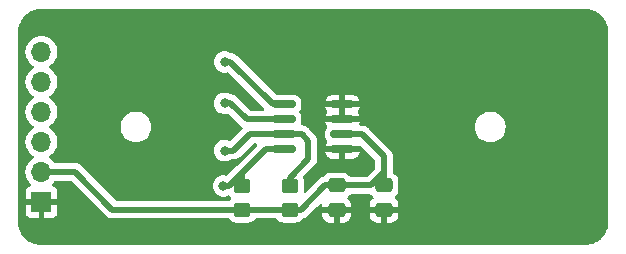
<source format=gbr>
%TF.GenerationSoftware,KiCad,Pcbnew,7.0.7*%
%TF.CreationDate,2023-09-05T11:40:51+02:00*%
%TF.ProjectId,tle5010-11_pcb,746c6535-3031-4302-9d31-315f7063622e,rev?*%
%TF.SameCoordinates,Original*%
%TF.FileFunction,Copper,L1,Top*%
%TF.FilePolarity,Positive*%
%FSLAX46Y46*%
G04 Gerber Fmt 4.6, Leading zero omitted, Abs format (unit mm)*
G04 Created by KiCad (PCBNEW 7.0.7) date 2023-09-05 11:40:51*
%MOMM*%
%LPD*%
G01*
G04 APERTURE LIST*
G04 Aperture macros list*
%AMRoundRect*
0 Rectangle with rounded corners*
0 $1 Rounding radius*
0 $2 $3 $4 $5 $6 $7 $8 $9 X,Y pos of 4 corners*
0 Add a 4 corners polygon primitive as box body*
4,1,4,$2,$3,$4,$5,$6,$7,$8,$9,$2,$3,0*
0 Add four circle primitives for the rounded corners*
1,1,$1+$1,$2,$3*
1,1,$1+$1,$4,$5*
1,1,$1+$1,$6,$7*
1,1,$1+$1,$8,$9*
0 Add four rect primitives between the rounded corners*
20,1,$1+$1,$2,$3,$4,$5,0*
20,1,$1+$1,$4,$5,$6,$7,0*
20,1,$1+$1,$6,$7,$8,$9,0*
20,1,$1+$1,$8,$9,$2,$3,0*%
G04 Aperture macros list end*
%TA.AperFunction,SMDPad,CuDef*%
%ADD10RoundRect,0.250000X-0.475000X0.337500X-0.475000X-0.337500X0.475000X-0.337500X0.475000X0.337500X0*%
%TD*%
%TA.AperFunction,SMDPad,CuDef*%
%ADD11RoundRect,0.250000X-0.450000X0.350000X-0.450000X-0.350000X0.450000X-0.350000X0.450000X0.350000X0*%
%TD*%
%TA.AperFunction,SMDPad,CuDef*%
%ADD12RoundRect,0.150000X-0.825000X-0.150000X0.825000X-0.150000X0.825000X0.150000X-0.825000X0.150000X0*%
%TD*%
%TA.AperFunction,ComponentPad*%
%ADD13R,1.700000X1.700000*%
%TD*%
%TA.AperFunction,ComponentPad*%
%ADD14O,1.700000X1.700000*%
%TD*%
%TA.AperFunction,ViaPad*%
%ADD15C,0.800000*%
%TD*%
%TA.AperFunction,Conductor*%
%ADD16C,0.500000*%
%TD*%
G04 APERTURE END LIST*
D10*
%TO.P,C2,1*%
%TO.N,VDD*%
X61000000Y-34962500D03*
%TO.P,C2,2*%
%TO.N,GND*%
X61000000Y-37037500D03*
%TD*%
D11*
%TO.P,R5,1*%
%TO.N,DATA*%
X49000000Y-35000000D03*
%TO.P,R5,2*%
%TO.N,VDD*%
X49000000Y-37000000D03*
%TD*%
D10*
%TO.P,C1,1*%
%TO.N,VDD*%
X57000000Y-34962500D03*
%TO.P,C1,2*%
%TO.N,GND*%
X57000000Y-37037500D03*
%TD*%
D11*
%TO.P,R6,1*%
%TO.N,CS*%
X53000000Y-35000000D03*
%TO.P,R6,2*%
%TO.N,VDD*%
X53000000Y-37000000D03*
%TD*%
D12*
%TO.P,U1,1,CLK*%
%TO.N,CLK*%
X52525000Y-28095000D03*
%TO.P,U1,2,SCK*%
%TO.N,SCK*%
X52525000Y-29365000D03*
%TO.P,U1,3,CS*%
%TO.N,CS*%
X52525000Y-30635000D03*
%TO.P,U1,4,Data*%
%TO.N,DATA*%
X52525000Y-31905000D03*
%TO.P,U1,5,TST1*%
%TO.N,GND*%
X57475000Y-31905000D03*
%TO.P,U1,6,Vdd*%
%TO.N,VDD*%
X57475000Y-30635000D03*
%TO.P,U1,7,GND*%
%TO.N,GND*%
X57475000Y-29365000D03*
%TO.P,U1,8,TST2*%
X57475000Y-28095000D03*
%TD*%
D13*
%TO.P,J1,1,Pin_1*%
%TO.N,GND*%
X32000000Y-36350000D03*
D14*
%TO.P,J1,2,Pin_2*%
%TO.N,VDD*%
X32000000Y-33810000D03*
%TO.P,J1,3,Pin_3*%
%TO.N,Net-(J1-Pin_3)*%
X32000000Y-31270000D03*
%TO.P,J1,4,Pin_4*%
%TO.N,Net-(J1-Pin_4)*%
X32000000Y-28730000D03*
%TO.P,J1,5,Pin_5*%
%TO.N,Net-(J1-Pin_5)*%
X32000000Y-26190000D03*
%TO.P,J1,6,Pin_6*%
%TO.N,Net-(J1-Pin_6)*%
X32000000Y-23650000D03*
%TD*%
D15*
%TO.N,DATA*%
X47400000Y-35000000D03*
%TO.N,CS*%
X47500000Y-32000000D03*
%TO.N,SCK*%
X47500000Y-28000000D03*
%TO.N,CLK*%
X47500000Y-24500000D03*
%TD*%
D16*
%TO.N,VDD*%
X56037500Y-34962500D02*
X57000000Y-34962500D01*
X57475000Y-30635000D02*
X59145000Y-30635000D01*
X59887500Y-34962500D02*
X61000000Y-33850000D01*
X61000000Y-33850000D02*
X61000000Y-34962500D01*
X61000000Y-32490000D02*
X61000000Y-33850000D01*
X59145000Y-30635000D02*
X61000000Y-32490000D01*
X54000000Y-37000000D02*
X56037500Y-34962500D01*
X34810000Y-33810000D02*
X38000000Y-37000000D01*
X49000000Y-37000000D02*
X53000000Y-37000000D01*
X53000000Y-37000000D02*
X54000000Y-37000000D01*
X38000000Y-37000000D02*
X49000000Y-37000000D01*
X57000000Y-34962500D02*
X59887500Y-34962500D01*
X32000000Y-33810000D02*
X34810000Y-33810000D01*
%TO.N,DATA*%
X50975000Y-31905000D02*
X49000000Y-33880000D01*
X52525000Y-31905000D02*
X50975000Y-31905000D01*
X47400000Y-35000000D02*
X47880000Y-35000000D01*
X49000000Y-33880000D02*
X49000000Y-35000000D01*
X47880000Y-35000000D02*
X49000000Y-33880000D01*
%TO.N,CS*%
X53000000Y-34300000D02*
X53000000Y-35000000D01*
X54590000Y-32710000D02*
X53000000Y-34300000D01*
X48250000Y-32000000D02*
X47500000Y-32000000D01*
X52525000Y-30635000D02*
X49615000Y-30635000D01*
X54590000Y-31180000D02*
X54590000Y-32710000D01*
X54045000Y-30635000D02*
X54590000Y-31180000D01*
X49615000Y-30635000D02*
X48250000Y-32000000D01*
X52525000Y-30635000D02*
X54045000Y-30635000D01*
%TO.N,SCK*%
X48000000Y-28000000D02*
X47500000Y-28000000D01*
X49365000Y-29365000D02*
X48000000Y-28000000D01*
X52525000Y-29365000D02*
X49365000Y-29365000D01*
%TO.N,CLK*%
X51595000Y-28095000D02*
X52525000Y-28095000D01*
X47500000Y-24500000D02*
X48000000Y-24500000D01*
X48000000Y-24500000D02*
X51595000Y-28095000D01*
%TD*%
%TA.AperFunction,Conductor*%
%TO.N,GND*%
G36*
X78002019Y-20000633D02*
G01*
X78037198Y-20002938D01*
X78083708Y-20005986D01*
X78265459Y-20018985D01*
X78273100Y-20020015D01*
X78366738Y-20038641D01*
X78389420Y-20043153D01*
X78415023Y-20048722D01*
X78533666Y-20074531D01*
X78540383Y-20076395D01*
X78659437Y-20116809D01*
X78756671Y-20153076D01*
X78791741Y-20166157D01*
X78797499Y-20168643D01*
X78912952Y-20225578D01*
X79034906Y-20292170D01*
X79039634Y-20295032D01*
X79096571Y-20333076D01*
X79146649Y-20366537D01*
X79149358Y-20368454D01*
X79258652Y-20450271D01*
X79262345Y-20453265D01*
X79359502Y-20538469D01*
X79362448Y-20541228D01*
X79458769Y-20637549D01*
X79461526Y-20640492D01*
X79546729Y-20737648D01*
X79549732Y-20741353D01*
X79601564Y-20810592D01*
X79631543Y-20850639D01*
X79633461Y-20853349D01*
X79704962Y-20960357D01*
X79707828Y-20965091D01*
X79774421Y-21087047D01*
X79831355Y-21202499D01*
X79833841Y-21208257D01*
X79870212Y-21305768D01*
X79883196Y-21340578D01*
X79888289Y-21355581D01*
X79923597Y-21459596D01*
X79925472Y-21466352D01*
X79956846Y-21610579D01*
X79979980Y-21726880D01*
X79981015Y-21734560D01*
X79994017Y-21916350D01*
X79999367Y-21997966D01*
X79999500Y-22002023D01*
X79999500Y-37997975D01*
X79999367Y-38002032D01*
X79994017Y-38083648D01*
X79981015Y-38265438D01*
X79979980Y-38273118D01*
X79956846Y-38389420D01*
X79925472Y-38533646D01*
X79923597Y-38540401D01*
X79889297Y-38641448D01*
X79883208Y-38659388D01*
X79883195Y-38659425D01*
X79833841Y-38791741D01*
X79831355Y-38797499D01*
X79774421Y-38912952D01*
X79707828Y-39034907D01*
X79704961Y-39039641D01*
X79633461Y-39146649D01*
X79631543Y-39149359D01*
X79549744Y-39258631D01*
X79546723Y-39262357D01*
X79461529Y-39359502D01*
X79458755Y-39362464D01*
X79362464Y-39458755D01*
X79359502Y-39461529D01*
X79262357Y-39546723D01*
X79258631Y-39549744D01*
X79149359Y-39631543D01*
X79146649Y-39633461D01*
X79039641Y-39704961D01*
X79034907Y-39707828D01*
X78912952Y-39774421D01*
X78797499Y-39831355D01*
X78791741Y-39833841D01*
X78670956Y-39878893D01*
X78659418Y-39883197D01*
X78540401Y-39923597D01*
X78533646Y-39925472D01*
X78389420Y-39956846D01*
X78273118Y-39979980D01*
X78265438Y-39981015D01*
X78083648Y-39994017D01*
X78032582Y-39997364D01*
X78002025Y-39999367D01*
X77997976Y-39999500D01*
X32002024Y-39999500D01*
X31997974Y-39999367D01*
X31959954Y-39996875D01*
X31916350Y-39994017D01*
X31734560Y-39981015D01*
X31726880Y-39979980D01*
X31610579Y-39956846D01*
X31466352Y-39925472D01*
X31459596Y-39923597D01*
X31427881Y-39912831D01*
X31340578Y-39883196D01*
X31305768Y-39870212D01*
X31208257Y-39833841D01*
X31202499Y-39831355D01*
X31087047Y-39774421D01*
X30965091Y-39707828D01*
X30960357Y-39704962D01*
X30853349Y-39633461D01*
X30850639Y-39631543D01*
X30810592Y-39601564D01*
X30741353Y-39549732D01*
X30737648Y-39546729D01*
X30640492Y-39461526D01*
X30637549Y-39458769D01*
X30541228Y-39362448D01*
X30538469Y-39359502D01*
X30505450Y-39321851D01*
X30453265Y-39262345D01*
X30450271Y-39258652D01*
X30368454Y-39149358D01*
X30366537Y-39146649D01*
X30295036Y-39039641D01*
X30292170Y-39034906D01*
X30225578Y-38912952D01*
X30168643Y-38797499D01*
X30166157Y-38791741D01*
X30153076Y-38756671D01*
X30116805Y-38659425D01*
X30076395Y-38540383D01*
X30074531Y-38533666D01*
X30043153Y-38389420D01*
X30038641Y-38366738D01*
X30020015Y-38273100D01*
X30018985Y-38265459D01*
X30005988Y-38083743D01*
X30000631Y-38002007D01*
X30000500Y-37997994D01*
X30000500Y-33810000D01*
X30644341Y-33810000D01*
X30664936Y-34045403D01*
X30664938Y-34045413D01*
X30726094Y-34273655D01*
X30726096Y-34273659D01*
X30726097Y-34273663D01*
X30803436Y-34439517D01*
X30825965Y-34487830D01*
X30825967Y-34487834D01*
X30961501Y-34681395D01*
X30961506Y-34681402D01*
X31083818Y-34803714D01*
X31117303Y-34865037D01*
X31112319Y-34934729D01*
X31070447Y-34990662D01*
X31039471Y-35007577D01*
X30907912Y-35056646D01*
X30907906Y-35056649D01*
X30792812Y-35142809D01*
X30792809Y-35142812D01*
X30706649Y-35257906D01*
X30706645Y-35257913D01*
X30656403Y-35392620D01*
X30656401Y-35392627D01*
X30650000Y-35452155D01*
X30650000Y-36100000D01*
X31386653Y-36100000D01*
X31453692Y-36119685D01*
X31499447Y-36172489D01*
X31509391Y-36241647D01*
X31505631Y-36258933D01*
X31500000Y-36278111D01*
X31500000Y-36421888D01*
X31505631Y-36441067D01*
X31505630Y-36510936D01*
X31467855Y-36569714D01*
X31404299Y-36598738D01*
X31386653Y-36600000D01*
X30650000Y-36600000D01*
X30650000Y-37247844D01*
X30656401Y-37307372D01*
X30656403Y-37307379D01*
X30706645Y-37442086D01*
X30706649Y-37442093D01*
X30792809Y-37557187D01*
X30792812Y-37557190D01*
X30907906Y-37643350D01*
X30907913Y-37643354D01*
X31042620Y-37693596D01*
X31042627Y-37693598D01*
X31102155Y-37699999D01*
X31102172Y-37700000D01*
X31750000Y-37700000D01*
X31750000Y-36962301D01*
X31769685Y-36895262D01*
X31822489Y-36849507D01*
X31891647Y-36839563D01*
X31964237Y-36850000D01*
X31964238Y-36850000D01*
X32035762Y-36850000D01*
X32035763Y-36850000D01*
X32108353Y-36839563D01*
X32177512Y-36849507D01*
X32230315Y-36895262D01*
X32250000Y-36962301D01*
X32250000Y-37700000D01*
X32897828Y-37700000D01*
X32897844Y-37699999D01*
X32957372Y-37693598D01*
X32957379Y-37693596D01*
X33092086Y-37643354D01*
X33092093Y-37643350D01*
X33207187Y-37557190D01*
X33207190Y-37557187D01*
X33293350Y-37442093D01*
X33293354Y-37442086D01*
X33343596Y-37307379D01*
X33343598Y-37307372D01*
X33349999Y-37247844D01*
X33350000Y-37247827D01*
X33350000Y-36600000D01*
X32613347Y-36600000D01*
X32546308Y-36580315D01*
X32500553Y-36527511D01*
X32490609Y-36458353D01*
X32494369Y-36441067D01*
X32500000Y-36421888D01*
X32500000Y-36278111D01*
X32494369Y-36258933D01*
X32494370Y-36189064D01*
X32532145Y-36130286D01*
X32595701Y-36101262D01*
X32613347Y-36100000D01*
X33350000Y-36100000D01*
X33350000Y-35452172D01*
X33349999Y-35452155D01*
X33343598Y-35392627D01*
X33343596Y-35392620D01*
X33293354Y-35257913D01*
X33293350Y-35257906D01*
X33207190Y-35142812D01*
X33207187Y-35142809D01*
X33092093Y-35056649D01*
X33092088Y-35056646D01*
X32960528Y-35007577D01*
X32904595Y-34965705D01*
X32880178Y-34900241D01*
X32895030Y-34831968D01*
X32916175Y-34803720D01*
X33038495Y-34681401D01*
X33086126Y-34613376D01*
X33140704Y-34569751D01*
X33187701Y-34560500D01*
X34447770Y-34560500D01*
X34514809Y-34580185D01*
X34535451Y-34596819D01*
X37424267Y-37485634D01*
X37436048Y-37499266D01*
X37450390Y-37518530D01*
X37490420Y-37552119D01*
X37494392Y-37555759D01*
X37500223Y-37561590D01*
X37500222Y-37561590D01*
X37522027Y-37578830D01*
X37525944Y-37581927D01*
X37584786Y-37631302D01*
X37584794Y-37631306D01*
X37590824Y-37635273D01*
X37590790Y-37635323D01*
X37597137Y-37639366D01*
X37597169Y-37639316D01*
X37603318Y-37643108D01*
X37603320Y-37643109D01*
X37603323Y-37643111D01*
X37672930Y-37675569D01*
X37741567Y-37710040D01*
X37741576Y-37710042D01*
X37748355Y-37712510D01*
X37748334Y-37712567D01*
X37755451Y-37715040D01*
X37755470Y-37714984D01*
X37762330Y-37717257D01*
X37837531Y-37732784D01*
X37837532Y-37732784D01*
X37912279Y-37750500D01*
X37912288Y-37750500D01*
X37919452Y-37751338D01*
X37919445Y-37751397D01*
X37926946Y-37752163D01*
X37926952Y-37752104D01*
X37934140Y-37752733D01*
X37934143Y-37752732D01*
X37934144Y-37752733D01*
X38010898Y-37750500D01*
X47846042Y-37750500D01*
X47913081Y-37770185D01*
X47951580Y-37809402D01*
X47957288Y-37818656D01*
X48081344Y-37942712D01*
X48230666Y-38034814D01*
X48397203Y-38089999D01*
X48499991Y-38100500D01*
X49500008Y-38100499D01*
X49500016Y-38100498D01*
X49500019Y-38100498D01*
X49556302Y-38094748D01*
X49602797Y-38089999D01*
X49769334Y-38034814D01*
X49918656Y-37942712D01*
X50042712Y-37818656D01*
X50048419Y-37809402D01*
X50100368Y-37762678D01*
X50153958Y-37750500D01*
X51846042Y-37750500D01*
X51913081Y-37770185D01*
X51951580Y-37809402D01*
X51957288Y-37818656D01*
X52081344Y-37942712D01*
X52230666Y-38034814D01*
X52397203Y-38089999D01*
X52499991Y-38100500D01*
X53500008Y-38100499D01*
X53500016Y-38100498D01*
X53500019Y-38100498D01*
X53556302Y-38094748D01*
X53602797Y-38089999D01*
X53769334Y-38034814D01*
X53918656Y-37942712D01*
X54042712Y-37818656D01*
X54055021Y-37798698D01*
X54106966Y-37751974D01*
X54149759Y-37740264D01*
X54152797Y-37739999D01*
X54152801Y-37739997D01*
X54159866Y-37738539D01*
X54159878Y-37738598D01*
X54167243Y-37736965D01*
X54167229Y-37736906D01*
X54174246Y-37735241D01*
X54174255Y-37735241D01*
X54246423Y-37708974D01*
X54319334Y-37684814D01*
X54319343Y-37684807D01*
X54325882Y-37681760D01*
X54325908Y-37681816D01*
X54332690Y-37678532D01*
X54332663Y-37678478D01*
X54339106Y-37675240D01*
X54339117Y-37675237D01*
X54403283Y-37633034D01*
X54468656Y-37592712D01*
X54468662Y-37592705D01*
X54474325Y-37588229D01*
X54474362Y-37588277D01*
X54480204Y-37583518D01*
X54480164Y-37583471D01*
X54485686Y-37578836D01*
X54485696Y-37578830D01*
X54510904Y-37552111D01*
X54538386Y-37522982D01*
X54773868Y-37287500D01*
X55775001Y-37287500D01*
X55775001Y-37424986D01*
X55785494Y-37527697D01*
X55840641Y-37694119D01*
X55840643Y-37694124D01*
X55932684Y-37843345D01*
X56056654Y-37967315D01*
X56205875Y-38059356D01*
X56205880Y-38059358D01*
X56372302Y-38114505D01*
X56372309Y-38114506D01*
X56475019Y-38124999D01*
X56749999Y-38124999D01*
X56750000Y-38124998D01*
X56750000Y-37287500D01*
X57250000Y-37287500D01*
X57250000Y-38124999D01*
X57524972Y-38124999D01*
X57524986Y-38124998D01*
X57627697Y-38114505D01*
X57794119Y-38059358D01*
X57794124Y-38059356D01*
X57943345Y-37967315D01*
X58067315Y-37843345D01*
X58159356Y-37694124D01*
X58159358Y-37694119D01*
X58214505Y-37527697D01*
X58214506Y-37527690D01*
X58224999Y-37424986D01*
X58225000Y-37424973D01*
X58225000Y-37287500D01*
X59775001Y-37287500D01*
X59775001Y-37424986D01*
X59785494Y-37527697D01*
X59840641Y-37694119D01*
X59840643Y-37694124D01*
X59932684Y-37843345D01*
X60056654Y-37967315D01*
X60205875Y-38059356D01*
X60205880Y-38059358D01*
X60372302Y-38114505D01*
X60372309Y-38114506D01*
X60475019Y-38124999D01*
X60749999Y-38124999D01*
X60750000Y-38124998D01*
X60750000Y-37287500D01*
X61250000Y-37287500D01*
X61250000Y-38124999D01*
X61524972Y-38124999D01*
X61524986Y-38124998D01*
X61627697Y-38114505D01*
X61794119Y-38059358D01*
X61794124Y-38059356D01*
X61943345Y-37967315D01*
X62067315Y-37843345D01*
X62159356Y-37694124D01*
X62159358Y-37694119D01*
X62214505Y-37527697D01*
X62214506Y-37527690D01*
X62224999Y-37424986D01*
X62225000Y-37424973D01*
X62225000Y-37287500D01*
X61250000Y-37287500D01*
X60750000Y-37287500D01*
X59775001Y-37287500D01*
X58225000Y-37287500D01*
X57250000Y-37287500D01*
X56750000Y-37287500D01*
X55775001Y-37287500D01*
X54773868Y-37287500D01*
X55286415Y-36774952D01*
X55569917Y-36491449D01*
X55631238Y-36457966D01*
X55700929Y-36462950D01*
X55756863Y-36504821D01*
X55781280Y-36570286D01*
X55780954Y-36591733D01*
X55775000Y-36650009D01*
X55775000Y-36787500D01*
X58224998Y-36787500D01*
X58224999Y-36650028D01*
X58224998Y-36650013D01*
X58214505Y-36547302D01*
X58159358Y-36380880D01*
X58159356Y-36380875D01*
X58067315Y-36231654D01*
X57943344Y-36107683D01*
X57943341Y-36107681D01*
X57940339Y-36105829D01*
X57938713Y-36104021D01*
X57937677Y-36103202D01*
X57937817Y-36103024D01*
X57893617Y-36053880D01*
X57882397Y-35984917D01*
X57910243Y-35920836D01*
X57940344Y-35894754D01*
X57943656Y-35892712D01*
X58067712Y-35768656D01*
X58067715Y-35768650D01*
X58072193Y-35762989D01*
X58074015Y-35764430D01*
X58117665Y-35725175D01*
X58171248Y-35713000D01*
X59823793Y-35713000D01*
X59841755Y-35714308D01*
X59847206Y-35715106D01*
X59910687Y-35744293D01*
X59927053Y-35763585D01*
X59927807Y-35762989D01*
X59932288Y-35768656D01*
X60056344Y-35892712D01*
X60059628Y-35894737D01*
X60059653Y-35894753D01*
X60061445Y-35896746D01*
X60062011Y-35897193D01*
X60061934Y-35897289D01*
X60106379Y-35946699D01*
X60117603Y-36015661D01*
X60089761Y-36079744D01*
X60059665Y-36105826D01*
X60056660Y-36107679D01*
X60056655Y-36107683D01*
X59932684Y-36231654D01*
X59840643Y-36380875D01*
X59840641Y-36380880D01*
X59785494Y-36547302D01*
X59785493Y-36547309D01*
X59775000Y-36650013D01*
X59775000Y-36787500D01*
X62224998Y-36787500D01*
X62224999Y-36650028D01*
X62224998Y-36650013D01*
X62214505Y-36547302D01*
X62159358Y-36380880D01*
X62159356Y-36380875D01*
X62067315Y-36231654D01*
X61943344Y-36107683D01*
X61943341Y-36107681D01*
X61940339Y-36105829D01*
X61938713Y-36104021D01*
X61937677Y-36103202D01*
X61937817Y-36103024D01*
X61893617Y-36053880D01*
X61882397Y-35984917D01*
X61910243Y-35920836D01*
X61940344Y-35894754D01*
X61943656Y-35892712D01*
X62067712Y-35768656D01*
X62159814Y-35619334D01*
X62214999Y-35452797D01*
X62225500Y-35350009D01*
X62225499Y-34574992D01*
X62217552Y-34497200D01*
X62214999Y-34472203D01*
X62214998Y-34472200D01*
X62185660Y-34383664D01*
X62159814Y-34305666D01*
X62067712Y-34156344D01*
X61943656Y-34032288D01*
X61809600Y-33949602D01*
X61762875Y-33897654D01*
X61750748Y-33847665D01*
X61750499Y-33839082D01*
X61750500Y-33806291D01*
X61750500Y-32553704D01*
X61751809Y-32535735D01*
X61755289Y-32511974D01*
X61750736Y-32459939D01*
X61750500Y-32454532D01*
X61750500Y-32446296D01*
X61750500Y-32446291D01*
X61746691Y-32413705D01*
X61739998Y-32337203D01*
X61739995Y-32337194D01*
X61738538Y-32330135D01*
X61738598Y-32330122D01*
X61736966Y-32322764D01*
X61736908Y-32322778D01*
X61735241Y-32315747D01*
X61735241Y-32315745D01*
X61708969Y-32243563D01*
X61684814Y-32170666D01*
X61681762Y-32164121D01*
X61681815Y-32164095D01*
X61678531Y-32157311D01*
X61678479Y-32157338D01*
X61675236Y-32150882D01*
X61669000Y-32141401D01*
X61633034Y-32086716D01*
X61592712Y-32021344D01*
X61592710Y-32021342D01*
X61588234Y-32015681D01*
X61588280Y-32015643D01*
X61583519Y-32009799D01*
X61583474Y-32009838D01*
X61578834Y-32004308D01*
X61522982Y-31951613D01*
X59720729Y-30149361D01*
X59708949Y-30135730D01*
X59701482Y-30125701D01*
X59694612Y-30116472D01*
X59689323Y-30112034D01*
X59654587Y-30082886D01*
X59650612Y-30079244D01*
X59646408Y-30075040D01*
X59644780Y-30073411D01*
X59619040Y-30053059D01*
X59563830Y-30006732D01*
X59560214Y-30003698D01*
X59560213Y-30003697D01*
X59560209Y-30003694D01*
X59554594Y-30000001D01*
X68694532Y-30000001D01*
X68714364Y-30226686D01*
X68714366Y-30226697D01*
X68773258Y-30446488D01*
X68773261Y-30446497D01*
X68869431Y-30652732D01*
X68869432Y-30652734D01*
X68999954Y-30839141D01*
X69160858Y-31000045D01*
X69160861Y-31000047D01*
X69347266Y-31130568D01*
X69553504Y-31226739D01*
X69773308Y-31285635D01*
X69943216Y-31300500D01*
X70056784Y-31300500D01*
X70226692Y-31285635D01*
X70446496Y-31226739D01*
X70652734Y-31130568D01*
X70839139Y-31000047D01*
X71000047Y-30839139D01*
X71130568Y-30652734D01*
X71226739Y-30446496D01*
X71285635Y-30226692D01*
X71305090Y-30004318D01*
X71305468Y-30000001D01*
X71305468Y-29999998D01*
X71295254Y-29883256D01*
X71285635Y-29773308D01*
X71226739Y-29553504D01*
X71130568Y-29347266D01*
X71000047Y-29160861D01*
X71000045Y-29160858D01*
X70839141Y-28999954D01*
X70652734Y-28869432D01*
X70652732Y-28869431D01*
X70446497Y-28773261D01*
X70446488Y-28773258D01*
X70226697Y-28714366D01*
X70226687Y-28714364D01*
X70056784Y-28699500D01*
X69943216Y-28699500D01*
X69773312Y-28714364D01*
X69773302Y-28714366D01*
X69553511Y-28773258D01*
X69553502Y-28773261D01*
X69347267Y-28869431D01*
X69347265Y-28869432D01*
X69160858Y-28999954D01*
X68999954Y-29160858D01*
X68869432Y-29347265D01*
X68869431Y-29347267D01*
X68773261Y-29553502D01*
X68773258Y-29553511D01*
X68714366Y-29773302D01*
X68714364Y-29773313D01*
X68694532Y-29999998D01*
X68694532Y-30000001D01*
X59554594Y-30000001D01*
X59554180Y-29999729D01*
X59554212Y-29999680D01*
X59547853Y-29995628D01*
X59547822Y-29995679D01*
X59541680Y-29991891D01*
X59541678Y-29991890D01*
X59541677Y-29991889D01*
X59488130Y-29966919D01*
X59472058Y-29959424D01*
X59437894Y-29942267D01*
X59403433Y-29924960D01*
X59403431Y-29924959D01*
X59403430Y-29924959D01*
X59396645Y-29922489D01*
X59396665Y-29922433D01*
X59389549Y-29919959D01*
X59389531Y-29920015D01*
X59382671Y-29917742D01*
X59354841Y-29911996D01*
X59307434Y-29902207D01*
X59258472Y-29890603D01*
X59232719Y-29884499D01*
X59225547Y-29883661D01*
X59225553Y-29883601D01*
X59218055Y-29882835D01*
X59218050Y-29882895D01*
X59210860Y-29882265D01*
X59134083Y-29884500D01*
X59034679Y-29884500D01*
X58967640Y-29864815D01*
X58921885Y-29812011D01*
X58911941Y-29742853D01*
X58915603Y-29725905D01*
X58947099Y-29617494D01*
X58947100Y-29617488D01*
X58947295Y-29615001D01*
X58947295Y-29615000D01*
X56002705Y-29615000D01*
X56002704Y-29615001D01*
X56002899Y-29617486D01*
X56048718Y-29775198D01*
X56132314Y-29916552D01*
X56137100Y-29922722D01*
X56134640Y-29924629D01*
X56161210Y-29973288D01*
X56156226Y-30042980D01*
X56135162Y-30075781D01*
X56136699Y-30076974D01*
X56131915Y-30083140D01*
X56048255Y-30224603D01*
X56048254Y-30224606D01*
X56002402Y-30382426D01*
X56002401Y-30382432D01*
X55999500Y-30419304D01*
X55999500Y-30850696D01*
X56002401Y-30887567D01*
X56002402Y-30887573D01*
X56048254Y-31045393D01*
X56048255Y-31045396D01*
X56131917Y-31186862D01*
X56136702Y-31193031D01*
X56134369Y-31194840D01*
X56161210Y-31243995D01*
X56156226Y-31313687D01*
X56135470Y-31346021D01*
X56137097Y-31347283D01*
X56132313Y-31353449D01*
X56048718Y-31494801D01*
X56002899Y-31652513D01*
X56002704Y-31654998D01*
X56002705Y-31655000D01*
X58957358Y-31655000D01*
X58994809Y-31632597D01*
X59064643Y-31634841D01*
X59113586Y-31664954D01*
X60213181Y-32764548D01*
X60246666Y-32825871D01*
X60249500Y-32852229D01*
X60249500Y-33487769D01*
X60229815Y-33554808D01*
X60213181Y-33575450D01*
X59612951Y-34175681D01*
X59551628Y-34209166D01*
X59525270Y-34212000D01*
X58171248Y-34212000D01*
X58104209Y-34192315D01*
X58073468Y-34161002D01*
X58072193Y-34162011D01*
X58067711Y-34156343D01*
X57943657Y-34032289D01*
X57943656Y-34032288D01*
X57834866Y-33965186D01*
X57794336Y-33940187D01*
X57794331Y-33940185D01*
X57768296Y-33931558D01*
X57627797Y-33885001D01*
X57627795Y-33885000D01*
X57525010Y-33874500D01*
X56474998Y-33874500D01*
X56474980Y-33874501D01*
X56372203Y-33885000D01*
X56372200Y-33885001D01*
X56205668Y-33940185D01*
X56205663Y-33940187D01*
X56056342Y-34032289D01*
X55932288Y-34156343D01*
X55918495Y-34178704D01*
X55866545Y-34225426D01*
X55855370Y-34230124D01*
X55791065Y-34253529D01*
X55754928Y-34265504D01*
X55718166Y-34277686D01*
X55718164Y-34277686D01*
X55718161Y-34277688D01*
X55711622Y-34280737D01*
X55711597Y-34280685D01*
X55704808Y-34283971D01*
X55704834Y-34284022D01*
X55698384Y-34287261D01*
X55634216Y-34329464D01*
X55568847Y-34369785D01*
X55563177Y-34374269D01*
X55563141Y-34374223D01*
X55557298Y-34378984D01*
X55557335Y-34379028D01*
X55551810Y-34383664D01*
X55499114Y-34439517D01*
X54408489Y-35530141D01*
X54347166Y-35563626D01*
X54277474Y-35558642D01*
X54221541Y-35516770D01*
X54197124Y-35451306D01*
X54197449Y-35429865D01*
X54200500Y-35400009D01*
X54200499Y-34599992D01*
X54189999Y-34497203D01*
X54134814Y-34330666D01*
X54134811Y-34330662D01*
X54132958Y-34325068D01*
X54130556Y-34255239D01*
X54162981Y-34198384D01*
X55075638Y-33285727D01*
X55089267Y-33273950D01*
X55108530Y-33259610D01*
X55108532Y-33259606D01*
X55108534Y-33259606D01*
X55135004Y-33228059D01*
X55142113Y-33219585D01*
X55145767Y-33215599D01*
X55151591Y-33209776D01*
X55171930Y-33184052D01*
X55221302Y-33125214D01*
X55221306Y-33125205D01*
X55225274Y-33119175D01*
X55225325Y-33119208D01*
X55229369Y-33112860D01*
X55229317Y-33112828D01*
X55233104Y-33106685D01*
X55233111Y-33106677D01*
X55265572Y-33037063D01*
X55300040Y-32968433D01*
X55300041Y-32968427D01*
X55302508Y-32961650D01*
X55302566Y-32961671D01*
X55305043Y-32954544D01*
X55304986Y-32954526D01*
X55307255Y-32947679D01*
X55307256Y-32947674D01*
X55307257Y-32947672D01*
X55322790Y-32872441D01*
X55340500Y-32797721D01*
X55340500Y-32797719D01*
X55341339Y-32790548D01*
X55341398Y-32790554D01*
X55342164Y-32783054D01*
X55342105Y-32783049D01*
X55342734Y-32775859D01*
X55342135Y-32755289D01*
X55340500Y-32699082D01*
X55340500Y-32155001D01*
X56002704Y-32155001D01*
X56002899Y-32157486D01*
X56048718Y-32315198D01*
X56132314Y-32456552D01*
X56132321Y-32456561D01*
X56248438Y-32572678D01*
X56248447Y-32572685D01*
X56389803Y-32656282D01*
X56389806Y-32656283D01*
X56547504Y-32702099D01*
X56547510Y-32702100D01*
X56584356Y-32705000D01*
X57225000Y-32705000D01*
X57225000Y-32704999D01*
X57724999Y-32704999D01*
X57725000Y-32705000D01*
X58365644Y-32705000D01*
X58402489Y-32702100D01*
X58402495Y-32702099D01*
X58560193Y-32656283D01*
X58560196Y-32656282D01*
X58701552Y-32572685D01*
X58701561Y-32572678D01*
X58817678Y-32456561D01*
X58817685Y-32456552D01*
X58901281Y-32315198D01*
X58947100Y-32157486D01*
X58947295Y-32155001D01*
X58947295Y-32155000D01*
X57725000Y-32155000D01*
X57724999Y-32704999D01*
X57225000Y-32704999D01*
X57225000Y-32155000D01*
X56002705Y-32155000D01*
X56002704Y-32155001D01*
X55340500Y-32155001D01*
X55340499Y-31243703D01*
X55341809Y-31225729D01*
X55343256Y-31215851D01*
X55345289Y-31201977D01*
X55344664Y-31194840D01*
X55340735Y-31149937D01*
X55340499Y-31144522D01*
X55340500Y-31136291D01*
X55336691Y-31103707D01*
X55329998Y-31027202D01*
X55329996Y-31027197D01*
X55328538Y-31020133D01*
X55328597Y-31020120D01*
X55326967Y-31012764D01*
X55326908Y-31012779D01*
X55325242Y-31005753D01*
X55325241Y-31005745D01*
X55298973Y-30933573D01*
X55298972Y-30933572D01*
X55274815Y-30860666D01*
X55271763Y-30854121D01*
X55271817Y-30854095D01*
X55268533Y-30847312D01*
X55268480Y-30847340D01*
X55265238Y-30840885D01*
X55242520Y-30806344D01*
X55223029Y-30776709D01*
X55182711Y-30711344D01*
X55182710Y-30711343D01*
X55182709Y-30711341D01*
X55178233Y-30705681D01*
X55178280Y-30705643D01*
X55173519Y-30699799D01*
X55173474Y-30699838D01*
X55168834Y-30694309D01*
X55168832Y-30694307D01*
X55168830Y-30694304D01*
X55138061Y-30665275D01*
X55112966Y-30641598D01*
X54620729Y-30149361D01*
X54608949Y-30135730D01*
X54601482Y-30125701D01*
X54594612Y-30116472D01*
X54589323Y-30112034D01*
X54554587Y-30082886D01*
X54550612Y-30079244D01*
X54546408Y-30075040D01*
X54544780Y-30073411D01*
X54519040Y-30053059D01*
X54463830Y-30006732D01*
X54460214Y-30003698D01*
X54460213Y-30003697D01*
X54460209Y-30003694D01*
X54454180Y-29999729D01*
X54454212Y-29999680D01*
X54447853Y-29995628D01*
X54447822Y-29995679D01*
X54441680Y-29991891D01*
X54441678Y-29991890D01*
X54441677Y-29991889D01*
X54388130Y-29966919D01*
X54372058Y-29959424D01*
X54337894Y-29942267D01*
X54303433Y-29924960D01*
X54303431Y-29924959D01*
X54303430Y-29924959D01*
X54296645Y-29922489D01*
X54296665Y-29922433D01*
X54289549Y-29919959D01*
X54289531Y-29920015D01*
X54282671Y-29917742D01*
X54254841Y-29911996D01*
X54207434Y-29902207D01*
X54158472Y-29890603D01*
X54132719Y-29884499D01*
X54125547Y-29883661D01*
X54125553Y-29883601D01*
X54118055Y-29882835D01*
X54118050Y-29882895D01*
X54110858Y-29882265D01*
X54089255Y-29882894D01*
X54021672Y-29865166D01*
X53974402Y-29813714D01*
X53962452Y-29744874D01*
X53966575Y-29724351D01*
X53997597Y-29617573D01*
X53997598Y-29617567D01*
X53997605Y-29617486D01*
X54000500Y-29580694D01*
X54000500Y-29149306D01*
X53997800Y-29114998D01*
X56002704Y-29114998D01*
X56002705Y-29115000D01*
X57225000Y-29115000D01*
X57225000Y-28345000D01*
X57725000Y-28345000D01*
X57725000Y-29115000D01*
X58947295Y-29115000D01*
X58947295Y-29114998D01*
X58947100Y-29112513D01*
X58901281Y-28954801D01*
X58817686Y-28813449D01*
X58812903Y-28807283D01*
X58815248Y-28805463D01*
X58788434Y-28756357D01*
X58793418Y-28686665D01*
X58814471Y-28653933D01*
X58812903Y-28652717D01*
X58817686Y-28646550D01*
X58901281Y-28505198D01*
X58947100Y-28347486D01*
X58947295Y-28345001D01*
X58947295Y-28345000D01*
X57725000Y-28345000D01*
X57225000Y-28345000D01*
X56002705Y-28345000D01*
X56002704Y-28345001D01*
X56002899Y-28347486D01*
X56048718Y-28505198D01*
X56132314Y-28646552D01*
X56137100Y-28652722D01*
X56134753Y-28654542D01*
X56161564Y-28703642D01*
X56156580Y-28773334D01*
X56135541Y-28806069D01*
X56137100Y-28807278D01*
X56132314Y-28813447D01*
X56048718Y-28954801D01*
X56002899Y-29112513D01*
X56002704Y-29114998D01*
X53997800Y-29114998D01*
X53997598Y-29112431D01*
X53951744Y-28954602D01*
X53868081Y-28813135D01*
X53868078Y-28813132D01*
X53863298Y-28806969D01*
X53865750Y-28805066D01*
X53839155Y-28756421D01*
X53844104Y-28686726D01*
X53864940Y-28654304D01*
X53863298Y-28653031D01*
X53868075Y-28646870D01*
X53868081Y-28646865D01*
X53951744Y-28505398D01*
X53997598Y-28347569D01*
X54000500Y-28310694D01*
X54000500Y-27879306D01*
X53997800Y-27844998D01*
X56002704Y-27844998D01*
X56002705Y-27845000D01*
X57225000Y-27845000D01*
X57225000Y-27844999D01*
X57724999Y-27844999D01*
X57725000Y-27845000D01*
X58947295Y-27845000D01*
X58947295Y-27844998D01*
X58947100Y-27842513D01*
X58901281Y-27684801D01*
X58817685Y-27543447D01*
X58817678Y-27543438D01*
X58701561Y-27427321D01*
X58701552Y-27427314D01*
X58560196Y-27343717D01*
X58560193Y-27343716D01*
X58402495Y-27297900D01*
X58402489Y-27297899D01*
X58365644Y-27295000D01*
X57725000Y-27295000D01*
X57724999Y-27844999D01*
X57225000Y-27844999D01*
X57225000Y-27295000D01*
X56584356Y-27295000D01*
X56547510Y-27297899D01*
X56547504Y-27297900D01*
X56389806Y-27343716D01*
X56389803Y-27343717D01*
X56248447Y-27427314D01*
X56248438Y-27427321D01*
X56132321Y-27543438D01*
X56132314Y-27543447D01*
X56048718Y-27684801D01*
X56002899Y-27842513D01*
X56002704Y-27844998D01*
X53997800Y-27844998D01*
X53997598Y-27842431D01*
X53988681Y-27811740D01*
X53953750Y-27691506D01*
X53951744Y-27684602D01*
X53868081Y-27543135D01*
X53868079Y-27543133D01*
X53868076Y-27543129D01*
X53751870Y-27426923D01*
X53751862Y-27426917D01*
X53646624Y-27364680D01*
X53610398Y-27343256D01*
X53610397Y-27343255D01*
X53610396Y-27343255D01*
X53610393Y-27343254D01*
X53452573Y-27297402D01*
X53452567Y-27297401D01*
X53415696Y-27294500D01*
X53415694Y-27294500D01*
X51907229Y-27294500D01*
X51840190Y-27274815D01*
X51819548Y-27258181D01*
X48575729Y-24014361D01*
X48563949Y-24000730D01*
X48556482Y-23990701D01*
X48549612Y-23981472D01*
X48549610Y-23981470D01*
X48509587Y-23947886D01*
X48505612Y-23944244D01*
X48502690Y-23941322D01*
X48499780Y-23938411D01*
X48474040Y-23918059D01*
X48415209Y-23868694D01*
X48409180Y-23864729D01*
X48409212Y-23864680D01*
X48402853Y-23860628D01*
X48402822Y-23860679D01*
X48396680Y-23856891D01*
X48396678Y-23856890D01*
X48396677Y-23856889D01*
X48357474Y-23838608D01*
X48327058Y-23824424D01*
X48292894Y-23807267D01*
X48258433Y-23789960D01*
X48258431Y-23789959D01*
X48258430Y-23789959D01*
X48251645Y-23787489D01*
X48251665Y-23787433D01*
X48244549Y-23784959D01*
X48244531Y-23785015D01*
X48237671Y-23782742D01*
X48209841Y-23776996D01*
X48162434Y-23767207D01*
X48113472Y-23755603D01*
X48087719Y-23749499D01*
X48080547Y-23748661D01*
X48080553Y-23748601D01*
X48073056Y-23747835D01*
X48073051Y-23747895D01*
X48065860Y-23747265D01*
X48040937Y-23747991D01*
X47973353Y-23730264D01*
X47964444Y-23724360D01*
X47952730Y-23715849D01*
X47952729Y-23715848D01*
X47779807Y-23638857D01*
X47779802Y-23638855D01*
X47634000Y-23607865D01*
X47594646Y-23599500D01*
X47405354Y-23599500D01*
X47372897Y-23606398D01*
X47220197Y-23638855D01*
X47220192Y-23638857D01*
X47047270Y-23715848D01*
X47047265Y-23715851D01*
X46894129Y-23827111D01*
X46767466Y-23967785D01*
X46672821Y-24131715D01*
X46672818Y-24131722D01*
X46614327Y-24311740D01*
X46614326Y-24311744D01*
X46594540Y-24500000D01*
X46614326Y-24688256D01*
X46614327Y-24688259D01*
X46672818Y-24868277D01*
X46672821Y-24868284D01*
X46767467Y-25032216D01*
X46874872Y-25151501D01*
X46894129Y-25172888D01*
X47047265Y-25284148D01*
X47047270Y-25284151D01*
X47220192Y-25361142D01*
X47220197Y-25361144D01*
X47405354Y-25400500D01*
X47405355Y-25400500D01*
X47594644Y-25400500D01*
X47594646Y-25400500D01*
X47730421Y-25371640D01*
X47800086Y-25376956D01*
X47843881Y-25405249D01*
X50841451Y-28402819D01*
X50874936Y-28464142D01*
X50869952Y-28533834D01*
X50828080Y-28589767D01*
X50762616Y-28614184D01*
X50753770Y-28614500D01*
X49727229Y-28614500D01*
X49660190Y-28594815D01*
X49639548Y-28578181D01*
X49113538Y-28052171D01*
X48575729Y-27514361D01*
X48563949Y-27500730D01*
X48550377Y-27482500D01*
X48549612Y-27481472D01*
X48549610Y-27481470D01*
X48509587Y-27447886D01*
X48505612Y-27444244D01*
X48502690Y-27441322D01*
X48499780Y-27438411D01*
X48474040Y-27418059D01*
X48415209Y-27368694D01*
X48409180Y-27364729D01*
X48409212Y-27364680D01*
X48402853Y-27360628D01*
X48402822Y-27360679D01*
X48396680Y-27356891D01*
X48396678Y-27356890D01*
X48396677Y-27356889D01*
X48357474Y-27338608D01*
X48327058Y-27324424D01*
X48292894Y-27307267D01*
X48258433Y-27289960D01*
X48258431Y-27289959D01*
X48258430Y-27289959D01*
X48251645Y-27287489D01*
X48251665Y-27287433D01*
X48244549Y-27284959D01*
X48244531Y-27285015D01*
X48237671Y-27282742D01*
X48209841Y-27276996D01*
X48162434Y-27267207D01*
X48113472Y-27255603D01*
X48087719Y-27249499D01*
X48080547Y-27248661D01*
X48080553Y-27248601D01*
X48073056Y-27247835D01*
X48073051Y-27247895D01*
X48065860Y-27247265D01*
X48040937Y-27247991D01*
X47973353Y-27230264D01*
X47964444Y-27224360D01*
X47952730Y-27215849D01*
X47952729Y-27215848D01*
X47779807Y-27138857D01*
X47779802Y-27138855D01*
X47634000Y-27107865D01*
X47594646Y-27099500D01*
X47405354Y-27099500D01*
X47372897Y-27106398D01*
X47220197Y-27138855D01*
X47220192Y-27138857D01*
X47047270Y-27215848D01*
X47047265Y-27215851D01*
X46894129Y-27327111D01*
X46767466Y-27467785D01*
X46672821Y-27631715D01*
X46672818Y-27631722D01*
X46614327Y-27811740D01*
X46614326Y-27811744D01*
X46594540Y-28000000D01*
X46614326Y-28188256D01*
X46614327Y-28188259D01*
X46672818Y-28368277D01*
X46672821Y-28368284D01*
X46767467Y-28532216D01*
X46876250Y-28653031D01*
X46894129Y-28672888D01*
X47047265Y-28784148D01*
X47047270Y-28784151D01*
X47220192Y-28861142D01*
X47220197Y-28861144D01*
X47405354Y-28900500D01*
X47405355Y-28900500D01*
X47594644Y-28900500D01*
X47594646Y-28900500D01*
X47730422Y-28871640D01*
X47800087Y-28876956D01*
X47843882Y-28905249D01*
X48789267Y-29850634D01*
X48801048Y-29864266D01*
X48815390Y-29883530D01*
X48855420Y-29917119D01*
X48859392Y-29920759D01*
X48863262Y-29924629D01*
X48865224Y-29926591D01*
X48865227Y-29926594D01*
X48890947Y-29946931D01*
X48949788Y-29996304D01*
X48955818Y-30000270D01*
X48955785Y-30000319D01*
X48962142Y-30004369D01*
X48962174Y-30004318D01*
X48966088Y-30006732D01*
X48966405Y-30007084D01*
X48969602Y-30009121D01*
X48973994Y-30012594D01*
X48972762Y-30014151D01*
X49012815Y-30058679D01*
X49024039Y-30127641D01*
X48996198Y-30191724D01*
X48988676Y-30199954D01*
X48026866Y-31161764D01*
X47965543Y-31195249D01*
X47895851Y-31190265D01*
X47888749Y-31187362D01*
X47779807Y-31138857D01*
X47779802Y-31138855D01*
X47634000Y-31107865D01*
X47594646Y-31099500D01*
X47405354Y-31099500D01*
X47372897Y-31106398D01*
X47220197Y-31138855D01*
X47220192Y-31138857D01*
X47047270Y-31215848D01*
X47047265Y-31215851D01*
X46894129Y-31327111D01*
X46767466Y-31467785D01*
X46672821Y-31631715D01*
X46672818Y-31631722D01*
X46614327Y-31811740D01*
X46614326Y-31811744D01*
X46594540Y-32000000D01*
X46614326Y-32188256D01*
X46614327Y-32188259D01*
X46672818Y-32368277D01*
X46672821Y-32368284D01*
X46767467Y-32532216D01*
X46882906Y-32660424D01*
X46894129Y-32672888D01*
X47047265Y-32784148D01*
X47047270Y-32784151D01*
X47220192Y-32861142D01*
X47220197Y-32861144D01*
X47405354Y-32900500D01*
X47405355Y-32900500D01*
X47594644Y-32900500D01*
X47594646Y-32900500D01*
X47779803Y-32861144D01*
X47952730Y-32784151D01*
X47954776Y-32782664D01*
X47966452Y-32774182D01*
X48032258Y-32750702D01*
X48039337Y-32750500D01*
X48186295Y-32750500D01*
X48204265Y-32751809D01*
X48228023Y-32755289D01*
X48280068Y-32750735D01*
X48285470Y-32750500D01*
X48293704Y-32750500D01*
X48293709Y-32750500D01*
X48305327Y-32749141D01*
X48326276Y-32746693D01*
X48339028Y-32745577D01*
X48402797Y-32739999D01*
X48402805Y-32739996D01*
X48409866Y-32738539D01*
X48409878Y-32738598D01*
X48417243Y-32736965D01*
X48417229Y-32736906D01*
X48424246Y-32735241D01*
X48424255Y-32735241D01*
X48496423Y-32708974D01*
X48569334Y-32684814D01*
X48569343Y-32684807D01*
X48575882Y-32681760D01*
X48575908Y-32681816D01*
X48582690Y-32678532D01*
X48582663Y-32678478D01*
X48589106Y-32675240D01*
X48589117Y-32675237D01*
X48653283Y-32633034D01*
X48718656Y-32592712D01*
X48718662Y-32592705D01*
X48724325Y-32588229D01*
X48724362Y-32588277D01*
X48730204Y-32583518D01*
X48730164Y-32583471D01*
X48735691Y-32578832D01*
X48735696Y-32578830D01*
X48741494Y-32572685D01*
X48788386Y-32522981D01*
X49889548Y-31421819D01*
X49950871Y-31388334D01*
X49977229Y-31385500D01*
X50133771Y-31385500D01*
X50200810Y-31405185D01*
X50246565Y-31457989D01*
X50256509Y-31527147D01*
X50227484Y-31590703D01*
X50221455Y-31597177D01*
X48531344Y-33287287D01*
X48531344Y-33287288D01*
X48517887Y-33300744D01*
X48514350Y-33304280D01*
X48500731Y-33316050D01*
X48481465Y-33330393D01*
X48447893Y-33370404D01*
X48444237Y-33374393D01*
X47727386Y-34091244D01*
X47666063Y-34124729D01*
X47613924Y-34124853D01*
X47613340Y-34124729D01*
X47597517Y-34121365D01*
X47494646Y-34099500D01*
X47305354Y-34099500D01*
X47272897Y-34106398D01*
X47120197Y-34138855D01*
X47120192Y-34138857D01*
X46947270Y-34215848D01*
X46947265Y-34215851D01*
X46794129Y-34327111D01*
X46667466Y-34467785D01*
X46572821Y-34631715D01*
X46572818Y-34631722D01*
X46516935Y-34803713D01*
X46514326Y-34811744D01*
X46494540Y-35000000D01*
X46514326Y-35188256D01*
X46514327Y-35188259D01*
X46572818Y-35368277D01*
X46572821Y-35368284D01*
X46667467Y-35532216D01*
X46790926Y-35669331D01*
X46794129Y-35672888D01*
X46947265Y-35784148D01*
X46947270Y-35784151D01*
X47120192Y-35861142D01*
X47120197Y-35861144D01*
X47305354Y-35900500D01*
X47305355Y-35900500D01*
X47494644Y-35900500D01*
X47494646Y-35900500D01*
X47679803Y-35861144D01*
X47823348Y-35797232D01*
X47892595Y-35787947D01*
X47955872Y-35817575D01*
X47961463Y-35822831D01*
X48050951Y-35912319D01*
X48084436Y-35973642D01*
X48079452Y-36043334D01*
X48050951Y-36087681D01*
X47957288Y-36181343D01*
X47957287Y-36181344D01*
X47951580Y-36190598D01*
X47899632Y-36237322D01*
X47846042Y-36249500D01*
X38362230Y-36249500D01*
X38295191Y-36229815D01*
X38274549Y-36213181D01*
X35385729Y-33324361D01*
X35373949Y-33310730D01*
X35365450Y-33299315D01*
X35359612Y-33291472D01*
X35354626Y-33287288D01*
X35319587Y-33257886D01*
X35315612Y-33254244D01*
X35312690Y-33251322D01*
X35309780Y-33248411D01*
X35284040Y-33228059D01*
X35262251Y-33209776D01*
X35225214Y-33178698D01*
X35225213Y-33178697D01*
X35225209Y-33178694D01*
X35219180Y-33174729D01*
X35219212Y-33174680D01*
X35212853Y-33170628D01*
X35212822Y-33170679D01*
X35206680Y-33166891D01*
X35206678Y-33166890D01*
X35206677Y-33166889D01*
X35167474Y-33148608D01*
X35137058Y-33134424D01*
X35094055Y-33112828D01*
X35068433Y-33099960D01*
X35068431Y-33099959D01*
X35068430Y-33099959D01*
X35061645Y-33097489D01*
X35061665Y-33097433D01*
X35054549Y-33094959D01*
X35054531Y-33095015D01*
X35047671Y-33092742D01*
X35019841Y-33086996D01*
X34972434Y-33077207D01*
X34923472Y-33065603D01*
X34897719Y-33059499D01*
X34890547Y-33058661D01*
X34890553Y-33058601D01*
X34883055Y-33057835D01*
X34883050Y-33057895D01*
X34875860Y-33057265D01*
X34799083Y-33059500D01*
X33187701Y-33059500D01*
X33120662Y-33039815D01*
X33086126Y-33006623D01*
X33038494Y-32938597D01*
X32871402Y-32771506D01*
X32871396Y-32771501D01*
X32685842Y-32641575D01*
X32642217Y-32586998D01*
X32635023Y-32517500D01*
X32666546Y-32455145D01*
X32685842Y-32438425D01*
X32721146Y-32413705D01*
X32871401Y-32308495D01*
X33038495Y-32141401D01*
X33174035Y-31947830D01*
X33273903Y-31733663D01*
X33335063Y-31505408D01*
X33355659Y-31270000D01*
X33335063Y-31034592D01*
X33283160Y-30840885D01*
X33273905Y-30806344D01*
X33273904Y-30806343D01*
X33273903Y-30806337D01*
X33174035Y-30592171D01*
X33072034Y-30446497D01*
X33038494Y-30398597D01*
X32871402Y-30231506D01*
X32871396Y-30231501D01*
X32685842Y-30101575D01*
X32642217Y-30046998D01*
X32637352Y-30000001D01*
X38694532Y-30000001D01*
X38714364Y-30226686D01*
X38714366Y-30226697D01*
X38773258Y-30446488D01*
X38773261Y-30446497D01*
X38869431Y-30652732D01*
X38869432Y-30652734D01*
X38999954Y-30839141D01*
X39160858Y-31000045D01*
X39160861Y-31000047D01*
X39347266Y-31130568D01*
X39553504Y-31226739D01*
X39773308Y-31285635D01*
X39943216Y-31300500D01*
X40056784Y-31300500D01*
X40226692Y-31285635D01*
X40446496Y-31226739D01*
X40652734Y-31130568D01*
X40839139Y-31000047D01*
X41000047Y-30839139D01*
X41130568Y-30652734D01*
X41226739Y-30446496D01*
X41285635Y-30226692D01*
X41305090Y-30004318D01*
X41305468Y-30000001D01*
X41305468Y-29999998D01*
X41295254Y-29883256D01*
X41285635Y-29773308D01*
X41226739Y-29553504D01*
X41130568Y-29347266D01*
X41000047Y-29160861D01*
X41000045Y-29160858D01*
X40839141Y-28999954D01*
X40652734Y-28869432D01*
X40652732Y-28869431D01*
X40446497Y-28773261D01*
X40446488Y-28773258D01*
X40226697Y-28714366D01*
X40226687Y-28714364D01*
X40056784Y-28699500D01*
X39943216Y-28699500D01*
X39773312Y-28714364D01*
X39773302Y-28714366D01*
X39553511Y-28773258D01*
X39553502Y-28773261D01*
X39347267Y-28869431D01*
X39347265Y-28869432D01*
X39160858Y-28999954D01*
X38999954Y-29160858D01*
X38869432Y-29347265D01*
X38869431Y-29347267D01*
X38773261Y-29553502D01*
X38773258Y-29553511D01*
X38714366Y-29773302D01*
X38714364Y-29773313D01*
X38694532Y-29999998D01*
X38694532Y-30000001D01*
X32637352Y-30000001D01*
X32635023Y-29977500D01*
X32666546Y-29915145D01*
X32685842Y-29898425D01*
X32754094Y-29850634D01*
X32871401Y-29768495D01*
X33038495Y-29601401D01*
X33174035Y-29407830D01*
X33273903Y-29193663D01*
X33335063Y-28965408D01*
X33355659Y-28730000D01*
X33335063Y-28494592D01*
X33273903Y-28266337D01*
X33174035Y-28052171D01*
X33052995Y-27879306D01*
X33038494Y-27858597D01*
X32871402Y-27691506D01*
X32871396Y-27691501D01*
X32685842Y-27561575D01*
X32642217Y-27506998D01*
X32635023Y-27437500D01*
X32666546Y-27375145D01*
X32685842Y-27358425D01*
X32772282Y-27297899D01*
X32871401Y-27228495D01*
X33038495Y-27061401D01*
X33174035Y-26867830D01*
X33273903Y-26653663D01*
X33335063Y-26425408D01*
X33355659Y-26190000D01*
X33335063Y-25954592D01*
X33273903Y-25726337D01*
X33174035Y-25512171D01*
X33095843Y-25400500D01*
X33038494Y-25318597D01*
X32871402Y-25151506D01*
X32871396Y-25151501D01*
X32685842Y-25021575D01*
X32642217Y-24966998D01*
X32635023Y-24897500D01*
X32666546Y-24835145D01*
X32685842Y-24818425D01*
X32708026Y-24802891D01*
X32871401Y-24688495D01*
X33038495Y-24521401D01*
X33174035Y-24327830D01*
X33273903Y-24113663D01*
X33335063Y-23885408D01*
X33355659Y-23650000D01*
X33335063Y-23414592D01*
X33273903Y-23186337D01*
X33174035Y-22972171D01*
X33038495Y-22778599D01*
X33038494Y-22778597D01*
X32871402Y-22611506D01*
X32871395Y-22611501D01*
X32677834Y-22475967D01*
X32677830Y-22475965D01*
X32677829Y-22475964D01*
X32463663Y-22376097D01*
X32463659Y-22376096D01*
X32463655Y-22376094D01*
X32235413Y-22314938D01*
X32235403Y-22314936D01*
X32000001Y-22294341D01*
X31999999Y-22294341D01*
X31764596Y-22314936D01*
X31764586Y-22314938D01*
X31536344Y-22376094D01*
X31536335Y-22376098D01*
X31322171Y-22475964D01*
X31322169Y-22475965D01*
X31128597Y-22611505D01*
X30961505Y-22778597D01*
X30825965Y-22972169D01*
X30825964Y-22972171D01*
X30726098Y-23186335D01*
X30726094Y-23186344D01*
X30664938Y-23414586D01*
X30664936Y-23414596D01*
X30644341Y-23649999D01*
X30644341Y-23650000D01*
X30664936Y-23885403D01*
X30664938Y-23885413D01*
X30726094Y-24113655D01*
X30726096Y-24113659D01*
X30726097Y-24113663D01*
X30818462Y-24311740D01*
X30825965Y-24327830D01*
X30825967Y-24327834D01*
X30961501Y-24521395D01*
X30961506Y-24521402D01*
X31128597Y-24688493D01*
X31128603Y-24688498D01*
X31314158Y-24818425D01*
X31357783Y-24873002D01*
X31364977Y-24942500D01*
X31333454Y-25004855D01*
X31314158Y-25021575D01*
X31128597Y-25151505D01*
X30961505Y-25318597D01*
X30825965Y-25512169D01*
X30825964Y-25512171D01*
X30726098Y-25726335D01*
X30726094Y-25726344D01*
X30664938Y-25954586D01*
X30664936Y-25954596D01*
X30644341Y-26189999D01*
X30644341Y-26190000D01*
X30664936Y-26425403D01*
X30664938Y-26425413D01*
X30726094Y-26653655D01*
X30726096Y-26653659D01*
X30726097Y-26653663D01*
X30825964Y-26867829D01*
X30825965Y-26867830D01*
X30825967Y-26867834D01*
X30961501Y-27061395D01*
X30961506Y-27061402D01*
X31128597Y-27228493D01*
X31128603Y-27228498D01*
X31314158Y-27358425D01*
X31357783Y-27413002D01*
X31364977Y-27482500D01*
X31333454Y-27544855D01*
X31314158Y-27561575D01*
X31128597Y-27691505D01*
X30961505Y-27858597D01*
X30825965Y-28052169D01*
X30825964Y-28052171D01*
X30726098Y-28266335D01*
X30726094Y-28266344D01*
X30664938Y-28494586D01*
X30664936Y-28494596D01*
X30644341Y-28729999D01*
X30644341Y-28730000D01*
X30664936Y-28965403D01*
X30664938Y-28965413D01*
X30726094Y-29193655D01*
X30726096Y-29193659D01*
X30726097Y-29193663D01*
X30797724Y-29347267D01*
X30825965Y-29407830D01*
X30825967Y-29407834D01*
X30961501Y-29601395D01*
X30961506Y-29601402D01*
X31128597Y-29768493D01*
X31128603Y-29768498D01*
X31314158Y-29898425D01*
X31357783Y-29953002D01*
X31364977Y-30022500D01*
X31333454Y-30084855D01*
X31314158Y-30101575D01*
X31128597Y-30231505D01*
X30961505Y-30398597D01*
X30825965Y-30592169D01*
X30825964Y-30592171D01*
X30726098Y-30806335D01*
X30726094Y-30806344D01*
X30664938Y-31034586D01*
X30664936Y-31034596D01*
X30644341Y-31269999D01*
X30644341Y-31270000D01*
X30664936Y-31505403D01*
X30664938Y-31505413D01*
X30726094Y-31733655D01*
X30726096Y-31733659D01*
X30726097Y-31733663D01*
X30762505Y-31811740D01*
X30825965Y-31947830D01*
X30825967Y-31947834D01*
X30961501Y-32141395D01*
X30961506Y-32141402D01*
X31128597Y-32308493D01*
X31128603Y-32308498D01*
X31314158Y-32438425D01*
X31357783Y-32493002D01*
X31364977Y-32562500D01*
X31333454Y-32624855D01*
X31314158Y-32641575D01*
X31128597Y-32771505D01*
X30961505Y-32938597D01*
X30825965Y-33132169D01*
X30825964Y-33132171D01*
X30726098Y-33346335D01*
X30726094Y-33346344D01*
X30664938Y-33574586D01*
X30664936Y-33574596D01*
X30644341Y-33809999D01*
X30644341Y-33810000D01*
X30000500Y-33810000D01*
X30000500Y-22002004D01*
X30000632Y-21997979D01*
X30000633Y-21997966D01*
X30005991Y-21916208D01*
X30018986Y-21734536D01*
X30020014Y-21726903D01*
X30043153Y-21610579D01*
X30044118Y-21606141D01*
X30074533Y-21466323D01*
X30076392Y-21459625D01*
X30116815Y-21340543D01*
X30166159Y-21208251D01*
X30168633Y-21202520D01*
X30225583Y-21087036D01*
X30292179Y-20965076D01*
X30295019Y-20960384D01*
X30366563Y-20853311D01*
X30368428Y-20850676D01*
X30450291Y-20741321D01*
X30453244Y-20737678D01*
X30538503Y-20640459D01*
X30541198Y-20637581D01*
X30637581Y-20541198D01*
X30640459Y-20538503D01*
X30737678Y-20453244D01*
X30741321Y-20450291D01*
X30850676Y-20368428D01*
X30853311Y-20366563D01*
X30960384Y-20295019D01*
X30965076Y-20292179D01*
X31087036Y-20225583D01*
X31202520Y-20168633D01*
X31208251Y-20166159D01*
X31340543Y-20116815D01*
X31459625Y-20076392D01*
X31466323Y-20074533D01*
X31610548Y-20043158D01*
X31726903Y-20020014D01*
X31734536Y-20018986D01*
X31916244Y-20005989D01*
X31969211Y-20002517D01*
X31997981Y-20000633D01*
X32002036Y-20000500D01*
X77997964Y-20000500D01*
X78002019Y-20000633D01*
G37*
%TD.AperFunction*%
%TD*%
M02*

</source>
